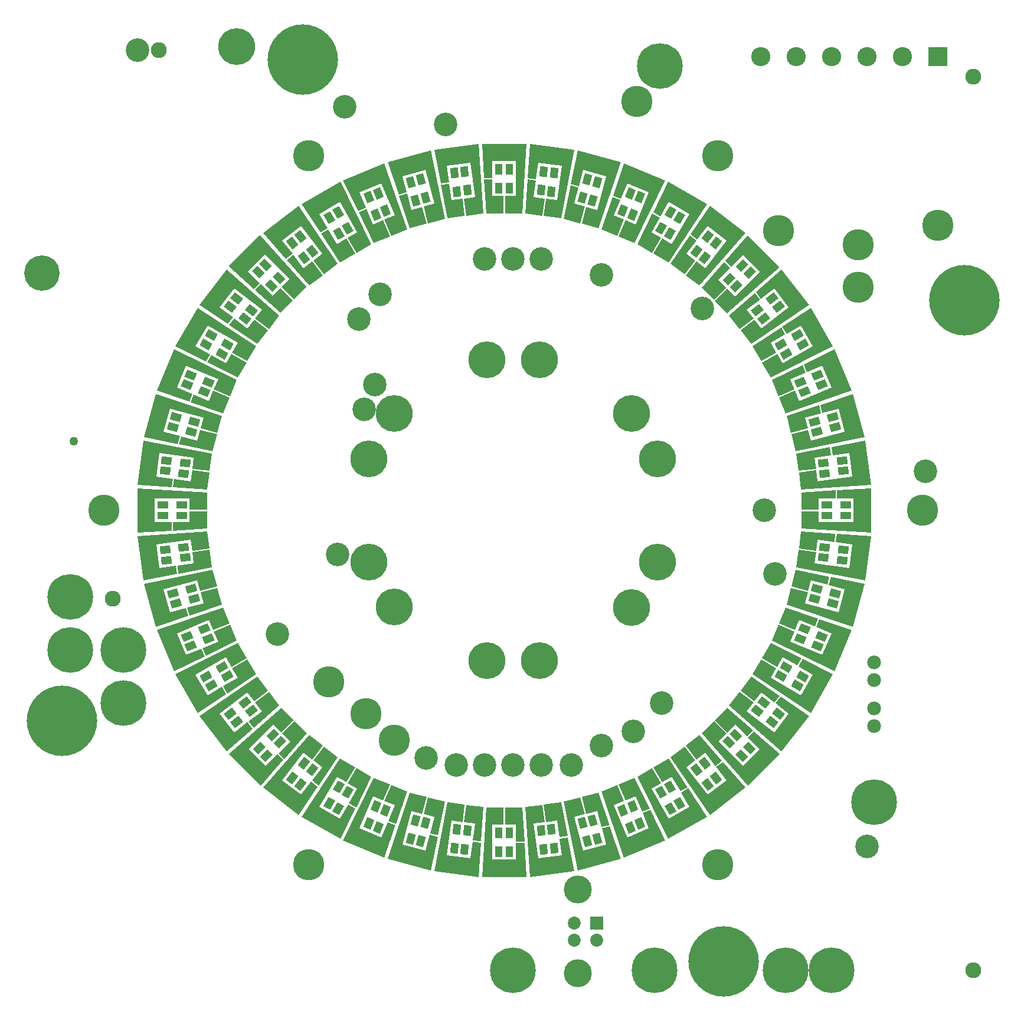
<source format=gbs>
%FSLAX23Y23*%
%MOIN*%
G70*
G01*
G75*
G04 Layer_Color=16711935*
%ADD10C,0.150*%
%ADD11R,0.050X0.055*%
%ADD12R,0.410X0.425*%
%ADD13R,0.085X0.036*%
%ADD14R,0.100X0.100*%
%ADD15R,0.041X0.010*%
%ADD16R,0.010X0.041*%
%ADD17R,0.118X0.118*%
%ADD18R,0.022X0.057*%
%ADD19R,0.022X0.057*%
%ADD20R,0.087X0.024*%
%ADD21R,0.087X0.024*%
%ADD22R,0.063X0.012*%
%ADD23R,0.012X0.063*%
%ADD24R,0.217X0.079*%
%ADD25R,0.037X0.035*%
%ADD26R,0.037X0.035*%
%ADD27R,0.012X0.063*%
%ADD28R,0.050X0.110*%
%ADD29R,0.102X0.094*%
%ADD30R,0.217X0.280*%
%ADD31R,0.039X0.063*%
%ADD32R,0.089X0.024*%
%ADD33R,0.035X0.049*%
%ADD34R,0.065X0.055*%
%ADD35R,0.024X0.087*%
%ADD36R,0.024X0.087*%
%ADD37R,0.100X0.100*%
%ADD38R,0.059X0.051*%
%ADD39R,0.110X0.115*%
%ADD40R,0.079X0.126*%
%ADD41R,0.079X0.126*%
%ADD42R,0.140X0.060*%
%ADD43R,0.330X0.420*%
%ADD44R,0.081X0.024*%
%ADD45R,0.049X0.035*%
%ADD46R,0.055X0.050*%
%ADD47R,0.055X0.065*%
%ADD48C,0.050*%
%ADD49R,0.160X0.080*%
%ADD50R,0.450X0.450*%
%ADD51C,0.035*%
%ADD52C,0.020*%
%ADD53C,0.010*%
%ADD54C,0.100*%
%ADD55C,0.075*%
%ADD56C,0.050*%
%ADD57C,0.025*%
%ADD58C,0.040*%
%ADD59C,0.030*%
%ADD60C,0.015*%
%ADD61C,0.070*%
%ADD62C,0.100*%
%ADD63C,0.065*%
%ADD64R,0.065X0.065*%
%ADD65C,0.150*%
%ADD66C,0.169*%
%ADD67C,0.390*%
%ADD68C,0.200*%
%ADD69C,0.150*%
%ADD70C,0.250*%
%ADD71C,0.125*%
%ADD72C,0.024*%
%ADD73C,0.025*%
%ADD74C,0.040*%
%ADD75C,0.008*%
%ADD76C,0.085*%
%ADD77C,0.102*%
%ADD78C,0.080*%
%ADD79C,0.131*%
%ADD80C,0.209*%
%ADD81C,0.430*%
%ADD82C,0.165*%
%ADD83C,0.290*%
%ADD84C,0.052*%
%ADD85C,0.055*%
%ADD86C,0.064*%
G04:AMPARAMS|DCode=87|XSize=43mil|YSize=59mil|CornerRadius=0mil|HoleSize=0mil|Usage=FLASHONLY|Rotation=240.000|XOffset=0mil|YOffset=0mil|HoleType=Round|Shape=Rectangle|*
%AMROTATEDRECTD87*
4,1,4,-0.015,0.034,0.036,0.004,0.015,-0.034,-0.036,-0.004,-0.015,0.034,0.0*
%
%ADD87ROTATEDRECTD87*%

G04:AMPARAMS|DCode=88|XSize=43mil|YSize=59mil|CornerRadius=0mil|HoleSize=0mil|Usage=FLASHONLY|Rotation=255.000|XOffset=0mil|YOffset=0mil|HoleType=Round|Shape=Rectangle|*
%AMROTATEDRECTD88*
4,1,4,-0.023,0.029,0.034,0.013,0.023,-0.029,-0.034,-0.013,-0.023,0.029,0.0*
%
%ADD88ROTATEDRECTD88*%

G04:AMPARAMS|DCode=89|XSize=43mil|YSize=59mil|CornerRadius=0mil|HoleSize=0mil|Usage=FLASHONLY|Rotation=210.000|XOffset=0mil|YOffset=0mil|HoleType=Round|Shape=Rectangle|*
%AMROTATEDRECTD89*
4,1,4,0.004,0.036,0.034,-0.015,-0.004,-0.036,-0.034,0.015,0.004,0.036,0.0*
%
%ADD89ROTATEDRECTD89*%

G04:AMPARAMS|DCode=90|XSize=43mil|YSize=59mil|CornerRadius=0mil|HoleSize=0mil|Usage=FLASHONLY|Rotation=225.000|XOffset=0mil|YOffset=0mil|HoleType=Round|Shape=Rectangle|*
%AMROTATEDRECTD90*
4,1,4,-0.006,0.036,0.036,-0.006,0.006,-0.036,-0.036,0.006,-0.006,0.036,0.0*
%
%ADD90ROTATEDRECTD90*%

%ADD91R,0.043X0.059*%
G04:AMPARAMS|DCode=92|XSize=43mil|YSize=59mil|CornerRadius=0mil|HoleSize=0mil|Usage=FLASHONLY|Rotation=195.000|XOffset=0mil|YOffset=0mil|HoleType=Round|Shape=Rectangle|*
%AMROTATEDRECTD92*
4,1,4,0.013,0.034,0.029,-0.023,-0.013,-0.034,-0.029,0.023,0.013,0.034,0.0*
%
%ADD92ROTATEDRECTD92*%

G04:AMPARAMS|DCode=93|XSize=43mil|YSize=59mil|CornerRadius=0mil|HoleSize=0mil|Usage=FLASHONLY|Rotation=150.000|XOffset=0mil|YOffset=0mil|HoleType=Round|Shape=Rectangle|*
%AMROTATEDRECTD93*
4,1,4,0.034,0.015,0.004,-0.036,-0.034,-0.015,-0.004,0.036,0.034,0.015,0.0*
%
%ADD93ROTATEDRECTD93*%

G04:AMPARAMS|DCode=94|XSize=43mil|YSize=59mil|CornerRadius=0mil|HoleSize=0mil|Usage=FLASHONLY|Rotation=165.000|XOffset=0mil|YOffset=0mil|HoleType=Round|Shape=Rectangle|*
%AMROTATEDRECTD94*
4,1,4,0.029,0.023,0.013,-0.034,-0.029,-0.023,-0.013,0.034,0.029,0.023,0.0*
%
%ADD94ROTATEDRECTD94*%

G04:AMPARAMS|DCode=95|XSize=43mil|YSize=59mil|CornerRadius=0mil|HoleSize=0mil|Usage=FLASHONLY|Rotation=120.000|XOffset=0mil|YOffset=0mil|HoleType=Round|Shape=Rectangle|*
%AMROTATEDRECTD95*
4,1,4,0.036,-0.004,-0.015,-0.034,-0.036,0.004,0.015,0.034,0.036,-0.004,0.0*
%
%ADD95ROTATEDRECTD95*%

G04:AMPARAMS|DCode=96|XSize=43mil|YSize=59mil|CornerRadius=0mil|HoleSize=0mil|Usage=FLASHONLY|Rotation=135.000|XOffset=0mil|YOffset=0mil|HoleType=Round|Shape=Rectangle|*
%AMROTATEDRECTD96*
4,1,4,0.036,0.006,-0.006,-0.036,-0.036,-0.006,0.006,0.036,0.036,0.006,0.0*
%
%ADD96ROTATEDRECTD96*%

%ADD97R,0.059X0.043*%
G04:AMPARAMS|DCode=98|XSize=43mil|YSize=59mil|CornerRadius=0mil|HoleSize=0mil|Usage=FLASHONLY|Rotation=105.000|XOffset=0mil|YOffset=0mil|HoleType=Round|Shape=Rectangle|*
%AMROTATEDRECTD98*
4,1,4,0.034,-0.013,-0.023,-0.029,-0.034,0.013,0.023,0.029,0.034,-0.013,0.0*
%
%ADD98ROTATEDRECTD98*%

G04:AMPARAMS|DCode=99|XSize=43mil|YSize=59mil|CornerRadius=0mil|HoleSize=0mil|Usage=FLASHONLY|Rotation=262.500|XOffset=0mil|YOffset=0mil|HoleType=Round|Shape=Rectangle|*
%AMROTATEDRECTD99*
4,1,4,-0.026,0.025,0.032,0.018,0.026,-0.025,-0.032,-0.018,-0.026,0.025,0.0*
%
%ADD99ROTATEDRECTD99*%

G04:AMPARAMS|DCode=100|XSize=43mil|YSize=59mil|CornerRadius=0mil|HoleSize=0mil|Usage=FLASHONLY|Rotation=247.500|XOffset=0mil|YOffset=0mil|HoleType=Round|Shape=Rectangle|*
%AMROTATEDRECTD100*
4,1,4,-0.019,0.031,0.036,0.009,0.019,-0.031,-0.036,-0.009,-0.019,0.031,0.0*
%
%ADD100ROTATEDRECTD100*%

G04:AMPARAMS|DCode=101|XSize=43mil|YSize=59mil|CornerRadius=0mil|HoleSize=0mil|Usage=FLASHONLY|Rotation=232.500|XOffset=0mil|YOffset=0mil|HoleType=Round|Shape=Rectangle|*
%AMROTATEDRECTD101*
4,1,4,-0.010,0.035,0.037,-0.001,0.010,-0.035,-0.037,0.001,-0.010,0.035,0.0*
%
%ADD101ROTATEDRECTD101*%

G04:AMPARAMS|DCode=102|XSize=43mil|YSize=59mil|CornerRadius=0mil|HoleSize=0mil|Usage=FLASHONLY|Rotation=217.500|XOffset=0mil|YOffset=0mil|HoleType=Round|Shape=Rectangle|*
%AMROTATEDRECTD102*
4,1,4,-0.001,0.037,0.035,-0.010,0.001,-0.037,-0.035,0.010,-0.001,0.037,0.0*
%
%ADD102ROTATEDRECTD102*%

G04:AMPARAMS|DCode=103|XSize=43mil|YSize=59mil|CornerRadius=0mil|HoleSize=0mil|Usage=FLASHONLY|Rotation=202.500|XOffset=0mil|YOffset=0mil|HoleType=Round|Shape=Rectangle|*
%AMROTATEDRECTD103*
4,1,4,0.009,0.036,0.031,-0.019,-0.009,-0.036,-0.031,0.019,0.009,0.036,0.0*
%
%ADD103ROTATEDRECTD103*%

G04:AMPARAMS|DCode=104|XSize=43mil|YSize=59mil|CornerRadius=0mil|HoleSize=0mil|Usage=FLASHONLY|Rotation=187.500|XOffset=0mil|YOffset=0mil|HoleType=Round|Shape=Rectangle|*
%AMROTATEDRECTD104*
4,1,4,0.018,0.032,0.025,-0.026,-0.018,-0.032,-0.025,0.026,0.018,0.032,0.0*
%
%ADD104ROTATEDRECTD104*%

G04:AMPARAMS|DCode=105|XSize=43mil|YSize=59mil|CornerRadius=0mil|HoleSize=0mil|Usage=FLASHONLY|Rotation=172.500|XOffset=0mil|YOffset=0mil|HoleType=Round|Shape=Rectangle|*
%AMROTATEDRECTD105*
4,1,4,0.025,0.026,0.018,-0.032,-0.025,-0.026,-0.018,0.032,0.025,0.026,0.0*
%
%ADD105ROTATEDRECTD105*%

G04:AMPARAMS|DCode=106|XSize=43mil|YSize=59mil|CornerRadius=0mil|HoleSize=0mil|Usage=FLASHONLY|Rotation=157.500|XOffset=0mil|YOffset=0mil|HoleType=Round|Shape=Rectangle|*
%AMROTATEDRECTD106*
4,1,4,0.031,0.019,0.009,-0.036,-0.031,-0.019,-0.009,0.036,0.031,0.019,0.0*
%
%ADD106ROTATEDRECTD106*%

G04:AMPARAMS|DCode=107|XSize=43mil|YSize=59mil|CornerRadius=0mil|HoleSize=0mil|Usage=FLASHONLY|Rotation=142.500|XOffset=0mil|YOffset=0mil|HoleType=Round|Shape=Rectangle|*
%AMROTATEDRECTD107*
4,1,4,0.035,0.010,-0.001,-0.037,-0.035,-0.010,0.001,0.037,0.035,0.010,0.0*
%
%ADD107ROTATEDRECTD107*%

G04:AMPARAMS|DCode=108|XSize=43mil|YSize=59mil|CornerRadius=0mil|HoleSize=0mil|Usage=FLASHONLY|Rotation=127.500|XOffset=0mil|YOffset=0mil|HoleType=Round|Shape=Rectangle|*
%AMROTATEDRECTD108*
4,1,4,0.037,0.001,-0.010,-0.035,-0.037,-0.001,0.010,0.035,0.037,0.001,0.0*
%
%ADD108ROTATEDRECTD108*%

G04:AMPARAMS|DCode=109|XSize=43mil|YSize=59mil|CornerRadius=0mil|HoleSize=0mil|Usage=FLASHONLY|Rotation=112.500|XOffset=0mil|YOffset=0mil|HoleType=Round|Shape=Rectangle|*
%AMROTATEDRECTD109*
4,1,4,0.036,-0.009,-0.019,-0.031,-0.036,0.009,0.019,0.031,0.036,-0.009,0.0*
%
%ADD109ROTATEDRECTD109*%

G04:AMPARAMS|DCode=110|XSize=43mil|YSize=59mil|CornerRadius=0mil|HoleSize=0mil|Usage=FLASHONLY|Rotation=97.500|XOffset=0mil|YOffset=0mil|HoleType=Round|Shape=Rectangle|*
%AMROTATEDRECTD110*
4,1,4,0.032,-0.018,-0.026,-0.025,-0.032,0.018,0.026,0.025,0.032,-0.018,0.0*
%
%ADD110ROTATEDRECTD110*%

%ADD111C,0.010*%
%ADD112C,0.004*%
%ADD113C,0.008*%
%ADD114C,0.005*%
%ADD115C,0.002*%
%ADD116C,0.002*%
%ADD117C,0.008*%
%ADD118C,0.006*%
%ADD119R,0.058X0.063*%
%ADD120R,0.418X0.433*%
%ADD121R,0.093X0.044*%
%ADD122R,0.108X0.108*%
%ADD123R,0.049X0.018*%
%ADD124R,0.018X0.049*%
%ADD125R,0.126X0.126*%
%ADD126R,0.030X0.065*%
%ADD127R,0.030X0.065*%
%ADD128R,0.095X0.032*%
%ADD129R,0.095X0.032*%
%ADD130R,0.071X0.020*%
%ADD131R,0.020X0.071*%
%ADD132R,0.225X0.087*%
%ADD133R,0.045X0.043*%
%ADD134R,0.045X0.043*%
%ADD135R,0.020X0.071*%
%ADD136R,0.058X0.118*%
%ADD137R,0.110X0.102*%
%ADD138R,0.225X0.288*%
%ADD139R,0.047X0.071*%
%ADD140R,0.097X0.032*%
%ADD141R,0.043X0.057*%
%ADD142R,0.073X0.063*%
%ADD143R,0.032X0.095*%
%ADD144R,0.032X0.095*%
%ADD145R,0.108X0.108*%
%ADD146R,0.067X0.059*%
%ADD147R,0.118X0.123*%
%ADD148R,0.087X0.134*%
%ADD149R,0.087X0.134*%
%ADD150R,0.148X0.068*%
%ADD151R,0.338X0.428*%
%ADD152R,0.089X0.032*%
%ADD153R,0.057X0.043*%
%ADD154R,0.063X0.058*%
%ADD155R,0.063X0.073*%
%ADD156C,0.090*%
%ADD157R,0.168X0.088*%
%ADD158R,0.458X0.458*%
%ADD159C,0.078*%
%ADD160C,0.108*%
%ADD161C,0.073*%
%ADD162R,0.073X0.073*%
%ADD163C,0.158*%
%ADD164C,0.177*%
%ADD165C,0.398*%
%ADD166C,0.208*%
%ADD167C,0.258*%
%ADD168C,0.133*%
G36*
X-1505Y-835D02*
X-1591Y-884D01*
X-1622Y-830D01*
X-1793Y-928D01*
X-1726Y-1044D01*
X-1644Y-997D01*
X-1620Y-1038D01*
X-1781Y-1145D01*
X-1907Y-926D01*
X-1555Y-750D01*
X-1505Y-835D01*
D02*
G37*
G36*
X-1452Y-927D02*
X-1614Y-1034D01*
X-1637Y-993D01*
X-1555Y-946D01*
X-1587Y-891D01*
X-1502Y-842D01*
X-1452Y-927D01*
D02*
G37*
G36*
X1807Y-926D02*
X1681Y-1145D01*
X1352Y-927D01*
X1402Y-842D01*
X1487Y-891D01*
X1455Y-946D01*
X1626Y-1044D01*
X1693Y-928D01*
X1611Y-881D01*
X1634Y-840D01*
X1807Y-926D01*
D02*
G37*
G36*
X1912Y-677D02*
X1816Y-910D01*
X1461Y-737D01*
X1499Y-646D01*
X1590Y-684D01*
X1565Y-742D01*
X1747Y-817D01*
X1799Y-694D01*
X1711Y-658D01*
X1729Y-614D01*
X1912Y-677D01*
D02*
G37*
G36*
X-1561Y-737D02*
X-1735Y-822D01*
X-1753Y-778D01*
X-1665Y-742D01*
X-1690Y-684D01*
X-1599Y-646D01*
X-1561Y-737D01*
D02*
G37*
G36*
X1628Y-836D02*
X1604Y-877D01*
X1522Y-830D01*
X1491Y-884D01*
X1405Y-835D01*
X1455Y-750D01*
X1628Y-836D01*
D02*
G37*
G36*
X-1240Y-1184D02*
X-1309Y-1254D01*
X-1354Y-1209D01*
X-1493Y-1348D01*
X-1398Y-1443D01*
X-1331Y-1376D01*
X-1298Y-1410D01*
X-1426Y-1554D01*
X-1604Y-1376D01*
X-1309Y-1114D01*
X-1240Y-1184D01*
D02*
G37*
G36*
X1354Y-1242D02*
X1321Y-1276D01*
X1254Y-1209D01*
X1209Y-1254D01*
X1140Y-1184D01*
X1209Y-1114D01*
X1354Y-1242D01*
D02*
G37*
G36*
X1358Y-1084D02*
X1319Y-1134D01*
X1475Y-1254D01*
X1557Y-1148D01*
X1482Y-1090D01*
X1511Y-1053D01*
X1671Y-1161D01*
X1517Y-1361D01*
X1220Y-1102D01*
X1279Y-1024D01*
X1358Y-1084D01*
D02*
G37*
G36*
X-1384Y-1018D02*
X-1462Y-1078D01*
X-1501Y-1028D01*
X-1657Y-1148D01*
X-1575Y-1254D01*
X-1500Y-1196D01*
X-1472Y-1234D01*
X-1617Y-1361D01*
X-1771Y-1161D01*
X-1444Y-940D01*
X-1384Y-1018D01*
D02*
G37*
G36*
X1504Y-1048D02*
X1476Y-1086D01*
X1401Y-1028D01*
X1362Y-1078D01*
X1284Y-1018D01*
X1344Y-940D01*
X1504Y-1048D01*
D02*
G37*
G36*
X-1320Y-1102D02*
X-1465Y-1229D01*
X-1494Y-1192D01*
X-1419Y-1134D01*
X-1458Y-1084D01*
X-1379Y-1024D01*
X-1320Y-1102D01*
D02*
G37*
G36*
X-1714Y-215D02*
X-1812Y-228D01*
X-1820Y-166D01*
X-2015Y-191D01*
X-1998Y-324D01*
X-1904Y-312D01*
X-1898Y-359D01*
X-2088Y-396D01*
X-2121Y-146D01*
X-1727Y-118D01*
X-1714Y-215D01*
D02*
G37*
G36*
X2021Y-146D02*
X1988Y-396D01*
X1600Y-321D01*
X1613Y-223D01*
X1711Y-236D01*
X1703Y-299D01*
X1898Y-324D01*
X1915Y-191D01*
X1822Y-179D01*
X1828Y-132D01*
X2021Y-146D01*
D02*
G37*
G36*
X-1700Y-321D02*
X-1890Y-358D01*
X-1896Y-311D01*
X-1803Y-299D01*
X-1811Y-236D01*
X-1713Y-223D01*
X-1700Y-321D01*
D02*
G37*
G36*
X2022Y-126D02*
X1628Y-102D01*
Y-4D01*
X1727D01*
Y-67D01*
X1923D01*
Y67D01*
X1829D01*
Y114D01*
X2022Y126D01*
Y-126D01*
D02*
G37*
G36*
X-1728Y-102D02*
X-1921Y-114D01*
Y-67D01*
X-1827D01*
Y-4D01*
X-1728D01*
Y-102D01*
D02*
G37*
G36*
X1820Y-131D02*
X1814Y-178D01*
X1720Y-166D01*
X1712Y-228D01*
X1614Y-215D01*
X1627Y-118D01*
X1820Y-131D01*
D02*
G37*
G36*
X-1644Y-533D02*
X-1828Y-594D01*
X-1840Y-549D01*
X-1749Y-524D01*
X-1765Y-463D01*
X-1670Y-438D01*
X-1644Y-533D01*
D02*
G37*
G36*
X1722Y-611D02*
X1704Y-655D01*
X1617Y-618D01*
X1593Y-677D01*
X1502Y-639D01*
X1539Y-548D01*
X1722Y-611D01*
D02*
G37*
G36*
X-1602Y-639D02*
X-1693Y-677D01*
X-1717Y-618D01*
X-1899Y-694D01*
X-1847Y-817D01*
X-1760Y-781D01*
X-1742Y-825D01*
X-1916Y-910D01*
X-2012Y-677D01*
X-1639Y-548D01*
X-1602Y-639D01*
D02*
G37*
G36*
X1787Y-374D02*
X1775Y-419D01*
X1683Y-395D01*
X1667Y-456D01*
X1572Y-430D01*
X1597Y-335D01*
X1787Y-374D01*
D02*
G37*
G36*
X-1672Y-430D02*
X-1767Y-456D01*
X-1783Y-395D01*
X-1973Y-446D01*
X-1939Y-575D01*
X-1847Y-551D01*
X-1835Y-596D01*
X-2019Y-658D01*
X-2084Y-414D01*
X-1697Y-335D01*
X-1672Y-430D01*
D02*
G37*
G36*
X1984Y-414D02*
X1919Y-658D01*
X1544Y-533D01*
X1570Y-438D01*
X1665Y-463D01*
X1649Y-524D01*
X1839Y-575D01*
X1873Y-446D01*
X1782Y-421D01*
X1794Y-376D01*
X1984Y-414D01*
D02*
G37*
G36*
X-385Y-1647D02*
X-424Y-1837D01*
X-469Y-1825D01*
X-445Y-1733D01*
X-506Y-1717D01*
X-480Y-1622D01*
X-385Y-1647D01*
D02*
G37*
G36*
X308Y-1840D02*
X261Y-1846D01*
X249Y-1753D01*
X186Y-1761D01*
X173Y-1663D01*
X271Y-1650D01*
X308Y-1840D01*
D02*
G37*
G36*
X835Y-1541D02*
X781Y-1572D01*
X879Y-1743D01*
X995Y-1676D01*
X948Y-1594D01*
X989Y-1570D01*
X1096Y-1731D01*
X877Y-1857D01*
X701Y-1505D01*
X786Y-1455D01*
X835Y-1541D01*
D02*
G37*
G36*
X-273Y-1663D02*
X-286Y-1761D01*
X-349Y-1753D01*
X-374Y-1948D01*
X-241Y-1965D01*
X-229Y-1872D01*
X-182Y-1878D01*
X-196Y-2071D01*
X-446Y-2038D01*
X-371Y-1650D01*
X-273Y-1663D01*
D02*
G37*
G36*
X-598Y-1589D02*
X-661Y-1772D01*
X-705Y-1754D01*
X-669Y-1667D01*
X-727Y-1643D01*
X-689Y-1552D01*
X-598Y-1589D01*
D02*
G37*
G36*
X544Y-1778D02*
X499Y-1790D01*
X474Y-1699D01*
X413Y-1715D01*
X388Y-1620D01*
X483Y-1594D01*
X544Y-1778D01*
D02*
G37*
G36*
X406Y-1717D02*
X345Y-1733D01*
X396Y-1923D01*
X525Y-1889D01*
X501Y-1797D01*
X546Y-1785D01*
X608Y-1969D01*
X364Y-2034D01*
X285Y-1647D01*
X380Y-1622D01*
X406Y-1717D01*
D02*
G37*
G36*
X178Y-1762D02*
X116Y-1770D01*
X141Y-1965D01*
X274Y-1948D01*
X262Y-1854D01*
X309Y-1848D01*
X346Y-2038D01*
X96Y-2071D01*
X68Y-1677D01*
X165Y-1664D01*
X178Y-1762D01*
D02*
G37*
G36*
X-54Y-1777D02*
X-117D01*
Y-1973D01*
X17D01*
Y-1879D01*
X64D01*
X76Y-2072D01*
X-176D01*
X-152Y-1678D01*
X-54D01*
Y-1777D01*
D02*
G37*
G36*
X-168Y-1677D02*
X-181Y-1870D01*
X-228Y-1864D01*
X-216Y-1770D01*
X-278Y-1762D01*
X-265Y-1664D01*
X-168Y-1677D01*
D02*
G37*
G36*
X64Y-1871D02*
X17D01*
Y-1777D01*
X-46D01*
Y-1678D01*
X52D01*
X64Y-1871D01*
D02*
G37*
G36*
X627Y-1643D02*
X568Y-1667D01*
X644Y-1849D01*
X767Y-1797D01*
X731Y-1710D01*
X775Y-1692D01*
X860Y-1866D01*
X627Y-1962D01*
X498Y-1589D01*
X589Y-1552D01*
X627Y-1643D01*
D02*
G37*
G36*
X-892Y-1452D02*
X-941Y-1537D01*
X-996Y-1505D01*
X-1094Y-1676D01*
X-978Y-1743D01*
X-931Y-1661D01*
X-890Y-1684D01*
X-976Y-1857D01*
X-1195Y-1731D01*
X-977Y-1402D01*
X-892Y-1452D01*
D02*
G37*
G36*
X1204Y-1259D02*
X1159Y-1304D01*
X1298Y-1443D01*
X1393Y-1348D01*
X1326Y-1281D01*
X1360Y-1248D01*
X1504Y-1376D01*
X1326Y-1554D01*
X1064Y-1259D01*
X1134Y-1190D01*
X1204Y-1259D01*
D02*
G37*
G36*
X-990Y-1394D02*
X-1098Y-1554D01*
X-1136Y-1526D01*
X-1078Y-1451D01*
X-1128Y-1412D01*
X-1068Y-1334D01*
X-990Y-1394D01*
D02*
G37*
G36*
X-1164Y-1259D02*
X-1292Y-1404D01*
X-1326Y-1371D01*
X-1259Y-1304D01*
X-1304Y-1259D01*
X-1234Y-1190D01*
X-1164Y-1259D01*
D02*
G37*
G36*
X-1074Y-1329D02*
X-1134Y-1408D01*
X-1184Y-1369D01*
X-1304Y-1525D01*
X-1198Y-1607D01*
X-1140Y-1532D01*
X-1103Y-1561D01*
X-1211Y-1721D01*
X-1411Y-1567D01*
X-1152Y-1270D01*
X-1074Y-1329D01*
D02*
G37*
G36*
X1179Y-1415D02*
X1142Y-1444D01*
X1084Y-1369D01*
X1034Y-1408D01*
X974Y-1329D01*
X1052Y-1270D01*
X1179Y-1415D01*
D02*
G37*
G36*
X772Y-1685D02*
X728Y-1703D01*
X692Y-1615D01*
X634Y-1640D01*
X596Y-1549D01*
X687Y-1511D01*
X772Y-1685D01*
D02*
G37*
G36*
X-488Y-1620D02*
X-513Y-1715D01*
X-574Y-1699D01*
X-625Y-1889D01*
X-496Y-1923D01*
X-471Y-1832D01*
X-426Y-1844D01*
X-464Y-2034D01*
X-708Y-1969D01*
X-583Y-1594D01*
X-488Y-1620D01*
D02*
G37*
G36*
X1028Y-1412D02*
X978Y-1451D01*
X1098Y-1607D01*
X1204Y-1525D01*
X1146Y-1450D01*
X1184Y-1422D01*
X1311Y-1567D01*
X1111Y-1721D01*
X890Y-1394D01*
X968Y-1334D01*
X1028Y-1412D01*
D02*
G37*
G36*
X985Y-1564D02*
X944Y-1587D01*
X897Y-1505D01*
X842Y-1537D01*
X793Y-1452D01*
X878Y-1402D01*
X985Y-1564D01*
D02*
G37*
G36*
X-696Y-1549D02*
X-734Y-1640D01*
X-792Y-1615D01*
X-868Y-1797D01*
X-744Y-1849D01*
X-708Y-1761D01*
X-664Y-1779D01*
X-727Y-1962D01*
X-960Y-1866D01*
X-787Y-1511D01*
X-696Y-1549D01*
D02*
G37*
G36*
X-800Y-1505D02*
X-886Y-1678D01*
X-927Y-1654D01*
X-880Y-1572D01*
X-934Y-1541D01*
X-885Y-1455D01*
X-800Y-1505D01*
D02*
G37*
G36*
X828Y1654D02*
X781Y1572D01*
X835Y1541D01*
X786Y1455D01*
X701Y1505D01*
X787Y1678D01*
X828Y1654D01*
D02*
G37*
G36*
X-800Y1505D02*
X-885Y1455D01*
X-934Y1541D01*
X-880Y1572D01*
X-978Y1743D01*
X-1094Y1676D01*
X-1047Y1594D01*
X-1088Y1570D01*
X-1195Y1731D01*
X-976Y1857D01*
X-800Y1505D01*
D02*
G37*
G36*
X-996Y1505D02*
X-941Y1537D01*
X-892Y1452D01*
X-977Y1402D01*
X-1084Y1564D01*
X-1043Y1587D01*
X-996Y1505D01*
D02*
G37*
G36*
X-598Y1589D02*
X-689Y1552D01*
X-727Y1643D01*
X-669Y1667D01*
X-744Y1849D01*
X-868Y1797D01*
X-831Y1710D01*
X-875Y1692D01*
X-960Y1866D01*
X-727Y1962D01*
X-598Y1589D01*
D02*
G37*
G36*
X-792Y1615D02*
X-734Y1640D01*
X-696Y1549D01*
X-787Y1511D01*
X-872Y1685D01*
X-828Y1703D01*
X-792Y1615D01*
D02*
G37*
G36*
X1096Y1731D02*
X878Y1402D01*
X793Y1452D01*
X842Y1537D01*
X897Y1505D01*
X995Y1676D01*
X879Y1743D01*
X832Y1661D01*
X791Y1684D01*
X877Y1857D01*
X1096Y1731D01*
D02*
G37*
G36*
X-1184Y1369D02*
X-1134Y1408D01*
X-1074Y1329D01*
X-1152Y1270D01*
X-1279Y1415D01*
X-1242Y1444D01*
X-1184Y1369D01*
D02*
G37*
G36*
X1504Y1376D02*
X1209Y1114D01*
X1140Y1184D01*
X1209Y1254D01*
X1254Y1209D01*
X1393Y1348D01*
X1298Y1443D01*
X1231Y1376D01*
X1198Y1410D01*
X1326Y1554D01*
X1504Y1376D01*
D02*
G37*
G36*
X-1168Y1263D02*
X-1238Y1194D01*
X-1308Y1263D01*
X-1263Y1308D01*
X-1402Y1447D01*
X-1497Y1352D01*
X-1430Y1285D01*
X-1464Y1252D01*
X-1608Y1380D01*
X-1430Y1558D01*
X-1168Y1263D01*
D02*
G37*
G36*
X1311Y1567D02*
X1052Y1270D01*
X974Y1329D01*
X1034Y1408D01*
X1084Y1369D01*
X1204Y1525D01*
X1098Y1607D01*
X1040Y1532D01*
X1003Y1561D01*
X1111Y1721D01*
X1311Y1567D01*
D02*
G37*
G36*
X1036Y1526D02*
X978Y1451D01*
X1028Y1412D01*
X968Y1334D01*
X890Y1394D01*
X998Y1554D01*
X1036Y1526D01*
D02*
G37*
G36*
X-990Y1394D02*
X-1068Y1334D01*
X-1128Y1412D01*
X-1078Y1451D01*
X-1198Y1607D01*
X-1304Y1525D01*
X-1246Y1450D01*
X-1284Y1422D01*
X-1411Y1567D01*
X-1211Y1721D01*
X-990Y1394D01*
D02*
G37*
G36*
X-117Y1777D02*
X-54D01*
Y1678D01*
X-152D01*
X-164Y1871D01*
X-117D01*
Y1777D01*
D02*
G37*
G36*
X128Y1864D02*
X116Y1770D01*
X178Y1762D01*
X165Y1664D01*
X68Y1677D01*
X81Y1870D01*
X128Y1864D01*
D02*
G37*
G36*
X-168Y1677D02*
X-265Y1664D01*
X-278Y1762D01*
X-216Y1770D01*
X-241Y1965D01*
X-374Y1948D01*
X-362Y1854D01*
X-409Y1848D01*
X-446Y2038D01*
X-196Y2071D01*
X-168Y1677D01*
D02*
G37*
G36*
X346Y2038D02*
X271Y1650D01*
X173Y1663D01*
X186Y1761D01*
X249Y1753D01*
X274Y1948D01*
X141Y1965D01*
X129Y1872D01*
X82Y1878D01*
X96Y2071D01*
X346Y2038D01*
D02*
G37*
G36*
X608Y1969D02*
X483Y1594D01*
X388Y1620D01*
X413Y1715D01*
X474Y1699D01*
X525Y1889D01*
X396Y1923D01*
X371Y1832D01*
X326Y1844D01*
X364Y2034D01*
X608Y1969D01*
D02*
G37*
G36*
X52Y1678D02*
X-46D01*
Y1777D01*
X17D01*
Y1973D01*
X-117D01*
Y1879D01*
X-164D01*
X-176Y2072D01*
X76D01*
X52Y1678D01*
D02*
G37*
G36*
X860Y1866D02*
X687Y1511D01*
X596Y1549D01*
X634Y1640D01*
X692Y1615D01*
X767Y1797D01*
X644Y1849D01*
X608Y1761D01*
X564Y1779D01*
X627Y1962D01*
X860Y1866D01*
D02*
G37*
G36*
X-574Y1699D02*
X-513Y1715D01*
X-488Y1620D01*
X-583Y1594D01*
X-644Y1778D01*
X-599Y1790D01*
X-574Y1699D01*
D02*
G37*
G36*
X605Y1754D02*
X568Y1667D01*
X627Y1643D01*
X589Y1552D01*
X498Y1589D01*
X561Y1772D01*
X605Y1754D01*
D02*
G37*
G36*
X-349Y1753D02*
X-286Y1761D01*
X-273Y1663D01*
X-371Y1650D01*
X-408Y1840D01*
X-361Y1846D01*
X-349Y1753D01*
D02*
G37*
G36*
X369Y1825D02*
X345Y1733D01*
X406Y1717D01*
X380Y1622D01*
X285Y1647D01*
X324Y1837D01*
X369Y1825D01*
D02*
G37*
G36*
X-385Y1647D02*
X-480Y1622D01*
X-506Y1717D01*
X-445Y1733D01*
X-496Y1923D01*
X-625Y1889D01*
X-601Y1797D01*
X-646Y1785D01*
X-708Y1969D01*
X-464Y2034D01*
X-385Y1647D01*
D02*
G37*
G36*
X-1644Y533D02*
X-1670Y438D01*
X-1765Y463D01*
X-1749Y524D01*
X-1939Y575D01*
X-1973Y446D01*
X-1882Y421D01*
X-1894Y376D01*
X-2084Y414D01*
X-2019Y658D01*
X-1644Y533D01*
D02*
G37*
G36*
X1984Y414D02*
X1597Y335D01*
X1572Y430D01*
X1667Y456D01*
X1683Y395D01*
X1873Y446D01*
X1839Y575D01*
X1747Y551D01*
X1735Y596D01*
X1919Y658D01*
X1984Y414D01*
D02*
G37*
G36*
X-1672Y430D02*
X-1697Y335D01*
X-1887Y374D01*
X-1875Y419D01*
X-1783Y395D01*
X-1767Y456D01*
X-1672Y430D01*
D02*
G37*
G36*
X1912Y677D02*
X1539Y548D01*
X1502Y639D01*
X1593Y677D01*
X1617Y618D01*
X1799Y694D01*
X1747Y817D01*
X1660Y781D01*
X1642Y825D01*
X1816Y910D01*
X1912Y677D01*
D02*
G37*
G36*
X-1602Y639D02*
X-1639Y548D01*
X-1822Y611D01*
X-1804Y655D01*
X-1717Y618D01*
X-1693Y677D01*
X-1602Y639D01*
D02*
G37*
G36*
X1740Y549D02*
X1649Y524D01*
X1665Y463D01*
X1570Y438D01*
X1544Y533D01*
X1728Y594D01*
X1740Y549D01*
D02*
G37*
G36*
X-1714Y215D02*
X-1727Y118D01*
X-1920Y131D01*
X-1914Y178D01*
X-1820Y166D01*
X-1812Y228D01*
X-1714Y215D01*
D02*
G37*
G36*
X1821Y67D02*
X1727D01*
Y4D01*
X1628D01*
Y102D01*
X1821Y114D01*
Y67D01*
D02*
G37*
G36*
X-1728Y102D02*
Y4D01*
X-1827D01*
Y67D01*
X-2023D01*
Y-67D01*
X-1929D01*
Y-114D01*
X-2122Y-126D01*
Y126D01*
X-1728Y102D01*
D02*
G37*
G36*
X1796Y311D02*
X1703Y299D01*
X1711Y236D01*
X1613Y223D01*
X1600Y321D01*
X1790Y358D01*
X1796Y311D01*
D02*
G37*
G36*
X-1700Y321D02*
X-1713Y223D01*
X-1811Y236D01*
X-1803Y299D01*
X-1998Y324D01*
X-2015Y191D01*
X-1922Y179D01*
X-1928Y132D01*
X-2121Y146D01*
X-2088Y396D01*
X-1700Y321D01*
D02*
G37*
G36*
X2021Y146D02*
X1627Y118D01*
X1614Y215D01*
X1712Y228D01*
X1720Y166D01*
X1915Y191D01*
X1898Y324D01*
X1804Y312D01*
X1798Y359D01*
X1988Y396D01*
X2021Y146D01*
D02*
G37*
G36*
X1394Y1192D02*
X1319Y1134D01*
X1358Y1084D01*
X1279Y1024D01*
X1220Y1102D01*
X1365Y1229D01*
X1394Y1192D01*
D02*
G37*
G36*
X-1320Y1102D02*
X-1379Y1024D01*
X-1458Y1084D01*
X-1419Y1134D01*
X-1575Y1254D01*
X-1657Y1148D01*
X-1582Y1090D01*
X-1611Y1053D01*
X-1771Y1161D01*
X-1617Y1361D01*
X-1320Y1102D01*
D02*
G37*
G36*
X-1501Y1028D02*
X-1462Y1078D01*
X-1384Y1018D01*
X-1444Y940D01*
X-1604Y1048D01*
X-1576Y1086D01*
X-1501Y1028D01*
D02*
G37*
G36*
X1226Y1371D02*
X1159Y1304D01*
X1204Y1259D01*
X1134Y1190D01*
X1064Y1259D01*
X1192Y1404D01*
X1226Y1371D01*
D02*
G37*
G36*
X-1358Y1213D02*
X-1313Y1258D01*
X-1244Y1188D01*
X-1313Y1118D01*
X-1458Y1246D01*
X-1425Y1280D01*
X-1358Y1213D01*
D02*
G37*
G36*
X1671Y1161D02*
X1344Y940D01*
X1284Y1018D01*
X1362Y1078D01*
X1401Y1028D01*
X1557Y1148D01*
X1475Y1254D01*
X1400Y1196D01*
X1372Y1234D01*
X1517Y1361D01*
X1671Y1161D01*
D02*
G37*
G36*
X-1505Y836D02*
X-1555Y751D01*
X-1728Y837D01*
X-1704Y878D01*
X-1622Y831D01*
X-1591Y885D01*
X-1505Y836D01*
D02*
G37*
G36*
X1653Y778D02*
X1565Y742D01*
X1590Y684D01*
X1499Y646D01*
X1461Y737D01*
X1635Y822D01*
X1653Y778D01*
D02*
G37*
G36*
X-1561Y737D02*
X-1599Y646D01*
X-1690Y684D01*
X-1665Y742D01*
X-1847Y817D01*
X-1899Y694D01*
X-1811Y658D01*
X-1829Y614D01*
X-2012Y677D01*
X-1916Y910D01*
X-1561Y737D01*
D02*
G37*
G36*
X1537Y994D02*
X1455Y947D01*
X1487Y892D01*
X1402Y843D01*
X1352Y928D01*
X1514Y1035D01*
X1537Y994D01*
D02*
G37*
G36*
X-1452Y928D02*
X-1502Y843D01*
X-1587Y892D01*
X-1555Y947D01*
X-1726Y1045D01*
X-1793Y929D01*
X-1711Y882D01*
X-1734Y841D01*
X-1907Y927D01*
X-1781Y1146D01*
X-1452Y928D01*
D02*
G37*
G36*
X1807Y927D02*
X1455Y751D01*
X1405Y836D01*
X1491Y885D01*
X1522Y831D01*
X1693Y929D01*
X1626Y1045D01*
X1544Y998D01*
X1520Y1039D01*
X1681Y1146D01*
X1807Y927D01*
D02*
G37*
D48*
X-2480Y390D02*
D03*
D68*
X-2660Y1340D02*
D03*
D87*
X1635Y-938D02*
D03*
X1605Y-989D02*
D03*
X1513Y-936D02*
D03*
X1543Y-885D02*
D03*
X-1735Y939D02*
D03*
X-1705Y990D02*
D03*
X-1613Y937D02*
D03*
X-1643Y886D02*
D03*
D88*
X1717Y-443D02*
D03*
X1702Y-500D02*
D03*
X1805Y-527D02*
D03*
X1820Y-470D02*
D03*
X-1817Y443D02*
D03*
X-1802Y500D02*
D03*
X-1905Y527D02*
D03*
X-1920Y470D02*
D03*
D89*
X940Y-1655D02*
D03*
X889Y-1685D02*
D03*
X836Y-1593D02*
D03*
X887Y-1563D02*
D03*
X-1039Y1655D02*
D03*
X-988Y1685D02*
D03*
X-935Y1593D02*
D03*
X-986Y1563D02*
D03*
D90*
X1259Y-1268D02*
D03*
X1218Y-1309D02*
D03*
X1293Y-1384D02*
D03*
X1334Y-1343D02*
D03*
X-1363Y1272D02*
D03*
X-1322Y1313D02*
D03*
X-1397Y1388D02*
D03*
X-1438Y1347D02*
D03*
D91*
X-20Y-1928D02*
D03*
X-80D02*
D03*
Y-1822D02*
D03*
X-20D02*
D03*
X-80Y1928D02*
D03*
X-20D02*
D03*
Y1822D02*
D03*
X-80D02*
D03*
D92*
X450Y-1752D02*
D03*
X393Y-1767D02*
D03*
X420Y-1870D02*
D03*
X477Y-1855D02*
D03*
X-550Y1752D02*
D03*
X-493Y1767D02*
D03*
X-520Y1870D02*
D03*
X-577Y1855D02*
D03*
D93*
X-988Y-1685D02*
D03*
X-1039Y-1655D02*
D03*
X-986Y-1563D02*
D03*
X-935Y-1593D02*
D03*
X889Y1685D02*
D03*
X940Y1655D02*
D03*
X887Y1563D02*
D03*
X836Y1593D02*
D03*
D94*
X-493Y-1767D02*
D03*
X-550Y-1752D02*
D03*
X-577Y-1855D02*
D03*
X-520Y-1870D02*
D03*
X393Y1767D02*
D03*
X450Y1752D02*
D03*
X477Y1855D02*
D03*
X420Y1870D02*
D03*
D95*
X-1705Y-989D02*
D03*
X-1735Y-938D02*
D03*
X-1643Y-885D02*
D03*
X-1613Y-936D02*
D03*
X1605Y990D02*
D03*
X1635Y939D02*
D03*
X1543Y886D02*
D03*
X1513Y937D02*
D03*
D96*
X-1318Y-1309D02*
D03*
X-1359Y-1268D02*
D03*
X-1434Y-1343D02*
D03*
X-1393Y-1384D02*
D03*
X1218Y1309D02*
D03*
X1259Y1268D02*
D03*
X1334Y1343D02*
D03*
X1293Y1384D02*
D03*
D97*
X-1978Y-30D02*
D03*
Y30D02*
D03*
X-1872D02*
D03*
Y-30D02*
D03*
X1878Y30D02*
D03*
Y-30D02*
D03*
X1772D02*
D03*
Y30D02*
D03*
D98*
X-1802Y-500D02*
D03*
X-1817Y-443D02*
D03*
X-1920Y-470D02*
D03*
X-1905Y-527D02*
D03*
X1702Y500D02*
D03*
X1717Y443D02*
D03*
X1820Y470D02*
D03*
X1805Y527D02*
D03*
D99*
X1866Y-223D02*
D03*
X1858Y-281D02*
D03*
X1752Y-267D02*
D03*
X1760Y-209D02*
D03*
X-1966Y223D02*
D03*
X-1958Y281D02*
D03*
X-1852Y267D02*
D03*
X-1860Y209D02*
D03*
D100*
X1644Y-670D02*
D03*
X1622Y-725D02*
D03*
X1720Y-766D02*
D03*
X1742Y-711D02*
D03*
X-1744Y670D02*
D03*
X-1722Y725D02*
D03*
X-1820Y766D02*
D03*
X-1842Y711D02*
D03*
D101*
X1498Y-1150D02*
D03*
X1462Y-1197D02*
D03*
X1378Y-1132D02*
D03*
X1414Y-1085D02*
D03*
X-1598Y1150D02*
D03*
X-1562Y1197D02*
D03*
X-1478Y1132D02*
D03*
X-1514Y1085D02*
D03*
D102*
X1082Y-1428D02*
D03*
X1035Y-1464D02*
D03*
X1100Y-1548D02*
D03*
X1147Y-1512D02*
D03*
X-1182Y1428D02*
D03*
X-1135Y1464D02*
D03*
X-1200Y1548D02*
D03*
X-1247Y1512D02*
D03*
D103*
X716Y-1770D02*
D03*
X661Y-1792D02*
D03*
X620Y-1694D02*
D03*
X675Y-1672D02*
D03*
X-816Y1770D02*
D03*
X-761Y1792D02*
D03*
X-720Y1694D02*
D03*
X-775Y1672D02*
D03*
D104*
X217Y-1802D02*
D03*
X159Y-1810D02*
D03*
X173Y-1916D02*
D03*
X231Y-1908D02*
D03*
X-317Y1802D02*
D03*
X-259Y1810D02*
D03*
X-273Y1916D02*
D03*
X-331Y1908D02*
D03*
D105*
X-273Y-1916D02*
D03*
X-331Y-1908D02*
D03*
X-317Y-1802D02*
D03*
X-259Y-1810D02*
D03*
X173Y1916D02*
D03*
X231Y1908D02*
D03*
X217Y1802D02*
D03*
X159Y1810D02*
D03*
D106*
X-720Y-1694D02*
D03*
X-775Y-1672D02*
D03*
X-816Y-1770D02*
D03*
X-761Y-1792D02*
D03*
X620Y1694D02*
D03*
X675Y1672D02*
D03*
X716Y1770D02*
D03*
X661Y1792D02*
D03*
D107*
X-1200Y-1548D02*
D03*
X-1247Y-1512D02*
D03*
X-1182Y-1428D02*
D03*
X-1135Y-1464D02*
D03*
X1100Y1548D02*
D03*
X1147Y1512D02*
D03*
X1082Y1428D02*
D03*
X1035Y1464D02*
D03*
D108*
X-1478Y-1132D02*
D03*
X-1514Y-1085D02*
D03*
X-1598Y-1150D02*
D03*
X-1562Y-1197D02*
D03*
X1378Y1132D02*
D03*
X1414Y1085D02*
D03*
X1498Y1150D02*
D03*
X1462Y1197D02*
D03*
D109*
X-1820Y-766D02*
D03*
X-1842Y-711D02*
D03*
X-1744Y-670D02*
D03*
X-1722Y-725D02*
D03*
X1720Y766D02*
D03*
X1742Y711D02*
D03*
X1644Y670D02*
D03*
X1622Y725D02*
D03*
D110*
X-1852Y-267D02*
D03*
X-1860Y-209D02*
D03*
X-1966Y-223D02*
D03*
X-1958Y-281D02*
D03*
X1858Y281D02*
D03*
X1866Y223D02*
D03*
X1760Y209D02*
D03*
X1752Y267D02*
D03*
D122*
X2400Y2565D02*
D03*
D156*
X-2260Y-500D02*
D03*
X-2000Y2600D02*
D03*
X2600Y2450D02*
D03*
Y-2600D02*
D03*
D159*
X2040Y-860D02*
D03*
Y-960D02*
D03*
Y-1220D02*
D03*
Y-1120D02*
D03*
D160*
X1400Y2565D02*
D03*
X1600D02*
D03*
X1800D02*
D03*
X2000D02*
D03*
X2200D02*
D03*
D161*
X347Y-2331D02*
D03*
Y-2429D02*
D03*
X473D02*
D03*
D162*
Y-2331D02*
D03*
D163*
X367Y-2143D02*
D03*
Y-2617D02*
D03*
D164*
X-1156Y2003D02*
D03*
X700Y2310D02*
D03*
X1950Y1500D02*
D03*
X-1040Y-970D02*
D03*
X-670Y-1300D02*
D03*
X-830Y-1150D02*
D03*
X1500Y1580D02*
D03*
X1950Y1260D02*
D03*
X2400Y1610D02*
D03*
X-2312Y0D02*
D03*
X-1156Y-2003D02*
D03*
X1156D02*
D03*
X2312Y0D02*
D03*
X1156Y2003D02*
D03*
D165*
X-1189Y2549D02*
D03*
X-2549Y-1189D02*
D03*
X1189Y-2549D02*
D03*
X2549Y1189D02*
D03*
D166*
X670Y547D02*
D03*
X-148Y-850D02*
D03*
X-815Y-291D02*
D03*
X-670Y547D02*
D03*
X-148Y850D02*
D03*
X148Y-850D02*
D03*
X-670Y-547D02*
D03*
X-815Y291D02*
D03*
X148Y850D02*
D03*
X815Y291D02*
D03*
Y-291D02*
D03*
X670Y-548D02*
D03*
X-1560Y2620D02*
D03*
D167*
X0Y-2600D02*
D03*
X800D02*
D03*
X1540D02*
D03*
X1800D02*
D03*
X2040Y-1650D02*
D03*
X830Y2510D02*
D03*
X-2200Y-1090D02*
D03*
Y-790D02*
D03*
X-2500D02*
D03*
Y-490D02*
D03*
D168*
X2000Y-1900D02*
D03*
X-380Y2180D02*
D03*
X-950Y2280D02*
D03*
X-870Y1080D02*
D03*
X1420Y0D02*
D03*
X840Y-1090D02*
D03*
X-490Y-1400D02*
D03*
X-320Y-1440D02*
D03*
X-160D02*
D03*
X0D02*
D03*
X160D02*
D03*
X330D02*
D03*
X500Y-1330D02*
D03*
X680Y-1250D02*
D03*
X-1330Y-700D02*
D03*
X-840Y570D02*
D03*
X-780Y710D02*
D03*
X2330Y220D02*
D03*
X1480Y-360D02*
D03*
X1070Y1140D02*
D03*
X500Y1330D02*
D03*
X-990Y-250D02*
D03*
X-750Y1220D02*
D03*
X-160Y1420D02*
D03*
X160D02*
D03*
X0D02*
D03*
X-2120Y2600D02*
D03*
M02*

</source>
